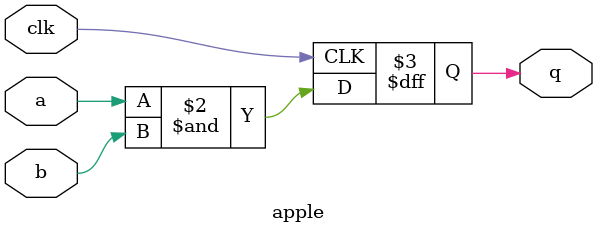
<source format=sv>
module apple (
	input wire a,
	input wire b,
	input wire clk,
	output reg q
);

always @(posedge clk) begin
	q <= a & b;
end

endmodule

</source>
